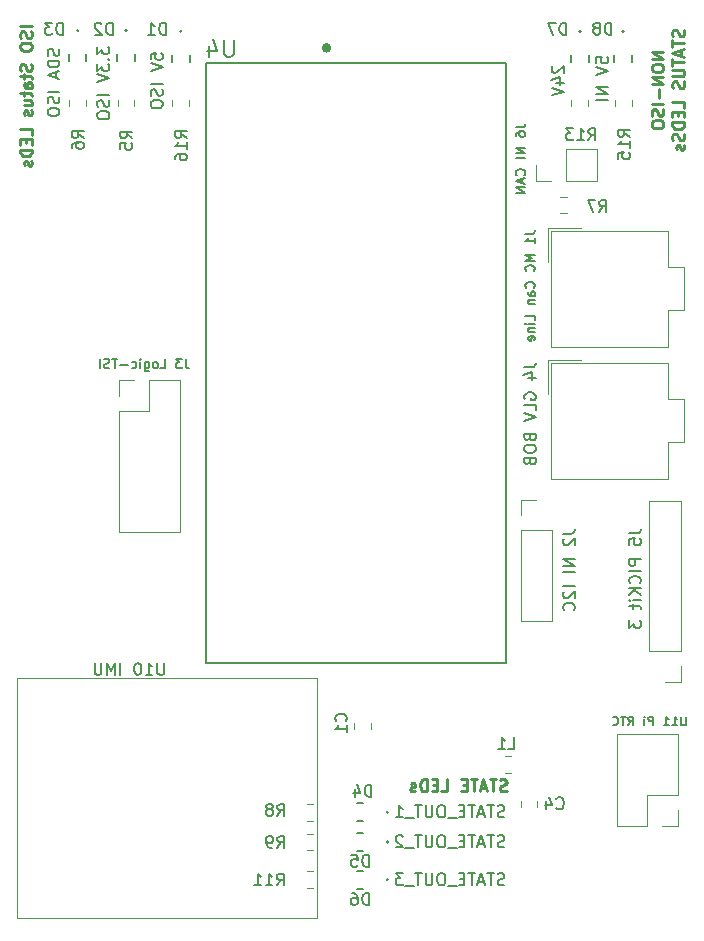
<source format=gbr>
%TF.GenerationSoftware,KiCad,Pcbnew,(5.1.6)-1*%
%TF.CreationDate,2021-04-27T14:55:35-04:00*%
%TF.ProjectId,Logic,4c6f6769-632e-46b6-9963-61645f706362,rev?*%
%TF.SameCoordinates,Original*%
%TF.FileFunction,Legend,Bot*%
%TF.FilePolarity,Positive*%
%FSLAX46Y46*%
G04 Gerber Fmt 4.6, Leading zero omitted, Abs format (unit mm)*
G04 Created by KiCad (PCBNEW (5.1.6)-1) date 2021-04-27 14:55:35*
%MOMM*%
%LPD*%
G01*
G04 APERTURE LIST*
%ADD10C,0.250000*%
%ADD11C,0.150000*%
%ADD12C,0.127000*%
%ADD13C,0.400000*%
%ADD14C,0.120000*%
%ADD15C,0.152400*%
G04 APERTURE END LIST*
D10*
X225637380Y-42021523D02*
X224637380Y-42021523D01*
X225637380Y-42592952D01*
X224637380Y-42592952D01*
X224637380Y-43259619D02*
X224637380Y-43450095D01*
X224685000Y-43545333D01*
X224780238Y-43640571D01*
X224970714Y-43688190D01*
X225304047Y-43688190D01*
X225494523Y-43640571D01*
X225589761Y-43545333D01*
X225637380Y-43450095D01*
X225637380Y-43259619D01*
X225589761Y-43164380D01*
X225494523Y-43069142D01*
X225304047Y-43021523D01*
X224970714Y-43021523D01*
X224780238Y-43069142D01*
X224685000Y-43164380D01*
X224637380Y-43259619D01*
X225637380Y-44116761D02*
X224637380Y-44116761D01*
X225637380Y-44688190D01*
X224637380Y-44688190D01*
X225256428Y-45164380D02*
X225256428Y-45926285D01*
X225637380Y-46402476D02*
X224637380Y-46402476D01*
X225589761Y-46831047D02*
X225637380Y-46973904D01*
X225637380Y-47212000D01*
X225589761Y-47307238D01*
X225542142Y-47354857D01*
X225446904Y-47402476D01*
X225351666Y-47402476D01*
X225256428Y-47354857D01*
X225208809Y-47307238D01*
X225161190Y-47212000D01*
X225113571Y-47021523D01*
X225065952Y-46926285D01*
X225018333Y-46878666D01*
X224923095Y-46831047D01*
X224827857Y-46831047D01*
X224732619Y-46878666D01*
X224685000Y-46926285D01*
X224637380Y-47021523D01*
X224637380Y-47259619D01*
X224685000Y-47402476D01*
X224637380Y-48021523D02*
X224637380Y-48212000D01*
X224685000Y-48307238D01*
X224780238Y-48402476D01*
X224970714Y-48450095D01*
X225304047Y-48450095D01*
X225494523Y-48402476D01*
X225589761Y-48307238D01*
X225637380Y-48212000D01*
X225637380Y-48021523D01*
X225589761Y-47926285D01*
X225494523Y-47831047D01*
X225304047Y-47783428D01*
X224970714Y-47783428D01*
X224780238Y-47831047D01*
X224685000Y-47926285D01*
X224637380Y-48021523D01*
X227339761Y-40116761D02*
X227387380Y-40259619D01*
X227387380Y-40497714D01*
X227339761Y-40592952D01*
X227292142Y-40640571D01*
X227196904Y-40688190D01*
X227101666Y-40688190D01*
X227006428Y-40640571D01*
X226958809Y-40592952D01*
X226911190Y-40497714D01*
X226863571Y-40307238D01*
X226815952Y-40212000D01*
X226768333Y-40164380D01*
X226673095Y-40116761D01*
X226577857Y-40116761D01*
X226482619Y-40164380D01*
X226435000Y-40212000D01*
X226387380Y-40307238D01*
X226387380Y-40545333D01*
X226435000Y-40688190D01*
X226387380Y-40973904D02*
X226387380Y-41545333D01*
X227387380Y-41259619D02*
X226387380Y-41259619D01*
X227101666Y-41831047D02*
X227101666Y-42307238D01*
X227387380Y-41735809D02*
X226387380Y-42069142D01*
X227387380Y-42402476D01*
X226387380Y-42592952D02*
X226387380Y-43164380D01*
X227387380Y-42878666D02*
X226387380Y-42878666D01*
X226387380Y-43497714D02*
X227196904Y-43497714D01*
X227292142Y-43545333D01*
X227339761Y-43592952D01*
X227387380Y-43688190D01*
X227387380Y-43878666D01*
X227339761Y-43973904D01*
X227292142Y-44021523D01*
X227196904Y-44069142D01*
X226387380Y-44069142D01*
X227339761Y-44497714D02*
X227387380Y-44640571D01*
X227387380Y-44878666D01*
X227339761Y-44973904D01*
X227292142Y-45021523D01*
X227196904Y-45069142D01*
X227101666Y-45069142D01*
X227006428Y-45021523D01*
X226958809Y-44973904D01*
X226911190Y-44878666D01*
X226863571Y-44688190D01*
X226815952Y-44592952D01*
X226768333Y-44545333D01*
X226673095Y-44497714D01*
X226577857Y-44497714D01*
X226482619Y-44545333D01*
X226435000Y-44592952D01*
X226387380Y-44688190D01*
X226387380Y-44926285D01*
X226435000Y-45069142D01*
X227387380Y-46735809D02*
X227387380Y-46259619D01*
X226387380Y-46259619D01*
X226863571Y-47069142D02*
X226863571Y-47402476D01*
X227387380Y-47545333D02*
X227387380Y-47069142D01*
X226387380Y-47069142D01*
X226387380Y-47545333D01*
X227387380Y-47973904D02*
X226387380Y-47973904D01*
X226387380Y-48212000D01*
X226435000Y-48354857D01*
X226530238Y-48450095D01*
X226625476Y-48497714D01*
X226815952Y-48545333D01*
X226958809Y-48545333D01*
X227149285Y-48497714D01*
X227244523Y-48450095D01*
X227339761Y-48354857D01*
X227387380Y-48212000D01*
X227387380Y-47973904D01*
X227339761Y-48926285D02*
X227387380Y-49069142D01*
X227387380Y-49307238D01*
X227339761Y-49402476D01*
X227292142Y-49450095D01*
X227196904Y-49497714D01*
X227101666Y-49497714D01*
X227006428Y-49450095D01*
X226958809Y-49402476D01*
X226911190Y-49307238D01*
X226863571Y-49116761D01*
X226815952Y-49021523D01*
X226768333Y-48973904D01*
X226673095Y-48926285D01*
X226577857Y-48926285D01*
X226482619Y-48973904D01*
X226435000Y-49021523D01*
X226387380Y-49116761D01*
X226387380Y-49354857D01*
X226435000Y-49497714D01*
X227339761Y-49878666D02*
X227387380Y-49973904D01*
X227387380Y-50164380D01*
X227339761Y-50259619D01*
X227244523Y-50307238D01*
X227196904Y-50307238D01*
X227101666Y-50259619D01*
X227054047Y-50164380D01*
X227054047Y-50021523D01*
X227006428Y-49926285D01*
X226911190Y-49878666D01*
X226863571Y-49878666D01*
X226768333Y-49926285D01*
X226720714Y-50021523D01*
X226720714Y-50164380D01*
X226768333Y-50259619D01*
X212351428Y-104544761D02*
X212208571Y-104592380D01*
X211970476Y-104592380D01*
X211875238Y-104544761D01*
X211827619Y-104497142D01*
X211780000Y-104401904D01*
X211780000Y-104306666D01*
X211827619Y-104211428D01*
X211875238Y-104163809D01*
X211970476Y-104116190D01*
X212160952Y-104068571D01*
X212256190Y-104020952D01*
X212303809Y-103973333D01*
X212351428Y-103878095D01*
X212351428Y-103782857D01*
X212303809Y-103687619D01*
X212256190Y-103640000D01*
X212160952Y-103592380D01*
X211922857Y-103592380D01*
X211780000Y-103640000D01*
X211494285Y-103592380D02*
X210922857Y-103592380D01*
X211208571Y-104592380D02*
X211208571Y-103592380D01*
X210637142Y-104306666D02*
X210160952Y-104306666D01*
X210732380Y-104592380D02*
X210399047Y-103592380D01*
X210065714Y-104592380D01*
X209875238Y-103592380D02*
X209303809Y-103592380D01*
X209589523Y-104592380D02*
X209589523Y-103592380D01*
X208970476Y-104068571D02*
X208637142Y-104068571D01*
X208494285Y-104592380D02*
X208970476Y-104592380D01*
X208970476Y-103592380D01*
X208494285Y-103592380D01*
X206827619Y-104592380D02*
X207303809Y-104592380D01*
X207303809Y-103592380D01*
X206494285Y-104068571D02*
X206160952Y-104068571D01*
X206018095Y-104592380D02*
X206494285Y-104592380D01*
X206494285Y-103592380D01*
X206018095Y-103592380D01*
X205589523Y-104592380D02*
X205589523Y-103592380D01*
X205351428Y-103592380D01*
X205208571Y-103640000D01*
X205113333Y-103735238D01*
X205065714Y-103830476D01*
X205018095Y-104020952D01*
X205018095Y-104163809D01*
X205065714Y-104354285D01*
X205113333Y-104449523D01*
X205208571Y-104544761D01*
X205351428Y-104592380D01*
X205589523Y-104592380D01*
X204637142Y-104544761D02*
X204541904Y-104592380D01*
X204351428Y-104592380D01*
X204256190Y-104544761D01*
X204208571Y-104449523D01*
X204208571Y-104401904D01*
X204256190Y-104306666D01*
X204351428Y-104259047D01*
X204494285Y-104259047D01*
X204589523Y-104211428D01*
X204637142Y-104116190D01*
X204637142Y-104068571D01*
X204589523Y-103973333D01*
X204494285Y-103925714D01*
X204351428Y-103925714D01*
X204256190Y-103973333D01*
X172156380Y-39839047D02*
X171156380Y-39839047D01*
X172108761Y-40267619D02*
X172156380Y-40410476D01*
X172156380Y-40648571D01*
X172108761Y-40743809D01*
X172061142Y-40791428D01*
X171965904Y-40839047D01*
X171870666Y-40839047D01*
X171775428Y-40791428D01*
X171727809Y-40743809D01*
X171680190Y-40648571D01*
X171632571Y-40458095D01*
X171584952Y-40362857D01*
X171537333Y-40315238D01*
X171442095Y-40267619D01*
X171346857Y-40267619D01*
X171251619Y-40315238D01*
X171204000Y-40362857D01*
X171156380Y-40458095D01*
X171156380Y-40696190D01*
X171204000Y-40839047D01*
X171156380Y-41458095D02*
X171156380Y-41648571D01*
X171204000Y-41743809D01*
X171299238Y-41839047D01*
X171489714Y-41886666D01*
X171823047Y-41886666D01*
X172013523Y-41839047D01*
X172108761Y-41743809D01*
X172156380Y-41648571D01*
X172156380Y-41458095D01*
X172108761Y-41362857D01*
X172013523Y-41267619D01*
X171823047Y-41220000D01*
X171489714Y-41220000D01*
X171299238Y-41267619D01*
X171204000Y-41362857D01*
X171156380Y-41458095D01*
X172108761Y-43029523D02*
X172156380Y-43172380D01*
X172156380Y-43410476D01*
X172108761Y-43505714D01*
X172061142Y-43553333D01*
X171965904Y-43600952D01*
X171870666Y-43600952D01*
X171775428Y-43553333D01*
X171727809Y-43505714D01*
X171680190Y-43410476D01*
X171632571Y-43220000D01*
X171584952Y-43124761D01*
X171537333Y-43077142D01*
X171442095Y-43029523D01*
X171346857Y-43029523D01*
X171251619Y-43077142D01*
X171204000Y-43124761D01*
X171156380Y-43220000D01*
X171156380Y-43458095D01*
X171204000Y-43600952D01*
X171489714Y-43886666D02*
X171489714Y-44267619D01*
X171156380Y-44029523D02*
X172013523Y-44029523D01*
X172108761Y-44077142D01*
X172156380Y-44172380D01*
X172156380Y-44267619D01*
X172156380Y-45029523D02*
X171632571Y-45029523D01*
X171537333Y-44981904D01*
X171489714Y-44886666D01*
X171489714Y-44696190D01*
X171537333Y-44600952D01*
X172108761Y-45029523D02*
X172156380Y-44934285D01*
X172156380Y-44696190D01*
X172108761Y-44600952D01*
X172013523Y-44553333D01*
X171918285Y-44553333D01*
X171823047Y-44600952D01*
X171775428Y-44696190D01*
X171775428Y-44934285D01*
X171727809Y-45029523D01*
X171489714Y-45362857D02*
X171489714Y-45743809D01*
X171156380Y-45505714D02*
X172013523Y-45505714D01*
X172108761Y-45553333D01*
X172156380Y-45648571D01*
X172156380Y-45743809D01*
X171489714Y-46505714D02*
X172156380Y-46505714D01*
X171489714Y-46077142D02*
X172013523Y-46077142D01*
X172108761Y-46124761D01*
X172156380Y-46220000D01*
X172156380Y-46362857D01*
X172108761Y-46458095D01*
X172061142Y-46505714D01*
X172108761Y-46934285D02*
X172156380Y-47029523D01*
X172156380Y-47220000D01*
X172108761Y-47315238D01*
X172013523Y-47362857D01*
X171965904Y-47362857D01*
X171870666Y-47315238D01*
X171823047Y-47220000D01*
X171823047Y-47077142D01*
X171775428Y-46981904D01*
X171680190Y-46934285D01*
X171632571Y-46934285D01*
X171537333Y-46981904D01*
X171489714Y-47077142D01*
X171489714Y-47220000D01*
X171537333Y-47315238D01*
X172156380Y-49029523D02*
X172156380Y-48553333D01*
X171156380Y-48553333D01*
X171632571Y-49362857D02*
X171632571Y-49696190D01*
X172156380Y-49839047D02*
X172156380Y-49362857D01*
X171156380Y-49362857D01*
X171156380Y-49839047D01*
X172156380Y-50267619D02*
X171156380Y-50267619D01*
X171156380Y-50505714D01*
X171204000Y-50648571D01*
X171299238Y-50743809D01*
X171394476Y-50791428D01*
X171584952Y-50839047D01*
X171727809Y-50839047D01*
X171918285Y-50791428D01*
X172013523Y-50743809D01*
X172108761Y-50648571D01*
X172156380Y-50505714D01*
X172156380Y-50267619D01*
X172108761Y-51220000D02*
X172156380Y-51315238D01*
X172156380Y-51505714D01*
X172108761Y-51600952D01*
X172013523Y-51648571D01*
X171965904Y-51648571D01*
X171870666Y-51600952D01*
X171823047Y-51505714D01*
X171823047Y-51362857D01*
X171775428Y-51267619D01*
X171680190Y-51220000D01*
X171632571Y-51220000D01*
X171537333Y-51267619D01*
X171489714Y-51362857D01*
X171489714Y-51505714D01*
X171537333Y-51600952D01*
D11*
X183368580Y-93737180D02*
X183368580Y-94546704D01*
X183320961Y-94641942D01*
X183273342Y-94689561D01*
X183178104Y-94737180D01*
X182987628Y-94737180D01*
X182892390Y-94689561D01*
X182844771Y-94641942D01*
X182797152Y-94546704D01*
X182797152Y-93737180D01*
X181797152Y-94737180D02*
X182368580Y-94737180D01*
X182082866Y-94737180D02*
X182082866Y-93737180D01*
X182178104Y-93880038D01*
X182273342Y-93975276D01*
X182368580Y-94022895D01*
X181178104Y-93737180D02*
X181082866Y-93737180D01*
X180987628Y-93784800D01*
X180940009Y-93832419D01*
X180892390Y-93927657D01*
X180844771Y-94118133D01*
X180844771Y-94356228D01*
X180892390Y-94546704D01*
X180940009Y-94641942D01*
X180987628Y-94689561D01*
X181082866Y-94737180D01*
X181178104Y-94737180D01*
X181273342Y-94689561D01*
X181320961Y-94641942D01*
X181368580Y-94546704D01*
X181416200Y-94356228D01*
X181416200Y-94118133D01*
X181368580Y-93927657D01*
X181320961Y-93832419D01*
X181273342Y-93784800D01*
X181178104Y-93737180D01*
X179654295Y-94737180D02*
X179654295Y-93737180D01*
X179178104Y-94737180D02*
X179178104Y-93737180D01*
X178844771Y-94451466D01*
X178511438Y-93737180D01*
X178511438Y-94737180D01*
X178035247Y-93737180D02*
X178035247Y-94546704D01*
X177987628Y-94641942D01*
X177940009Y-94689561D01*
X177844771Y-94737180D01*
X177654295Y-94737180D01*
X177559057Y-94689561D01*
X177511438Y-94641942D01*
X177463819Y-94546704D01*
X177463819Y-93737180D01*
X227549085Y-98268285D02*
X227549085Y-98875428D01*
X227513371Y-98946857D01*
X227477657Y-98982571D01*
X227406228Y-99018285D01*
X227263371Y-99018285D01*
X227191942Y-98982571D01*
X227156228Y-98946857D01*
X227120514Y-98875428D01*
X227120514Y-98268285D01*
X226370514Y-99018285D02*
X226799085Y-99018285D01*
X226584800Y-99018285D02*
X226584800Y-98268285D01*
X226656228Y-98375428D01*
X226727657Y-98446857D01*
X226799085Y-98482571D01*
X225656228Y-99018285D02*
X226084800Y-99018285D01*
X225870514Y-99018285D02*
X225870514Y-98268285D01*
X225941942Y-98375428D01*
X226013371Y-98446857D01*
X226084800Y-98482571D01*
X224763371Y-99018285D02*
X224763371Y-98268285D01*
X224477657Y-98268285D01*
X224406228Y-98304000D01*
X224370514Y-98339714D01*
X224334800Y-98411142D01*
X224334800Y-98518285D01*
X224370514Y-98589714D01*
X224406228Y-98625428D01*
X224477657Y-98661142D01*
X224763371Y-98661142D01*
X224013371Y-99018285D02*
X224013371Y-98518285D01*
X224013371Y-98268285D02*
X224049085Y-98304000D01*
X224013371Y-98339714D01*
X223977657Y-98304000D01*
X224013371Y-98268285D01*
X224013371Y-98339714D01*
X222656228Y-99018285D02*
X222906228Y-98661142D01*
X223084800Y-99018285D02*
X223084800Y-98268285D01*
X222799085Y-98268285D01*
X222727657Y-98304000D01*
X222691942Y-98339714D01*
X222656228Y-98411142D01*
X222656228Y-98518285D01*
X222691942Y-98589714D01*
X222727657Y-98625428D01*
X222799085Y-98661142D01*
X223084800Y-98661142D01*
X222441942Y-98268285D02*
X222013371Y-98268285D01*
X222227657Y-99018285D02*
X222227657Y-98268285D01*
X221334800Y-98946857D02*
X221370514Y-98982571D01*
X221477657Y-99018285D01*
X221549085Y-99018285D01*
X221656228Y-98982571D01*
X221727657Y-98911142D01*
X221763371Y-98839714D01*
X221799085Y-98696857D01*
X221799085Y-98589714D01*
X221763371Y-98446857D01*
X221727657Y-98375428D01*
X221656228Y-98304000D01*
X221549085Y-98268285D01*
X221477657Y-98268285D01*
X221370514Y-98304000D01*
X221334800Y-98339714D01*
D12*
%TO.C,U4*%
X212344000Y-42926000D02*
X186944000Y-42926000D01*
X186944000Y-42926000D02*
X186944000Y-93726000D01*
X186944000Y-93726000D02*
X212344000Y-93726000D01*
X212344000Y-93726000D02*
X212344000Y-42926000D01*
D13*
X197304000Y-41656000D02*
G75*
G03*
X197304000Y-41656000I-200000J0D01*
G01*
D14*
%TO.C,C4*%
X213539000Y-105925252D02*
X213539000Y-105402748D01*
X214959000Y-105925252D02*
X214959000Y-105402748D01*
%TO.C,C1*%
X200862000Y-99321252D02*
X200862000Y-98798748D01*
X199442000Y-99321252D02*
X199442000Y-98798748D01*
D15*
%TO.C,D2*%
X180213000Y-40170100D02*
G75*
G03*
X180213000Y-40170100I-76200J0D01*
G01*
X179387500Y-42758150D02*
X179387500Y-42179450D01*
X180886100Y-42179450D02*
X180886100Y-42758150D01*
%TO.C,D3*%
X176784000Y-42204850D02*
X176784000Y-42783550D01*
X175285400Y-42783550D02*
X175285400Y-42204850D01*
X176110900Y-40195500D02*
G75*
G03*
X176110900Y-40195500I-76200J0D01*
G01*
%TO.C,D7*%
X219316300Y-42263270D02*
X219316300Y-42841970D01*
X217817700Y-42841970D02*
X217817700Y-42263270D01*
X218643200Y-40253920D02*
G75*
G03*
X218643200Y-40253920I-76200J0D01*
G01*
%TO.C,D8*%
X222300800Y-40253920D02*
G75*
G03*
X222300800Y-40253920I-76200J0D01*
G01*
X221475300Y-42841970D02*
X221475300Y-42263270D01*
X222973900Y-42263270D02*
X222973900Y-42841970D01*
%TO.C,D1*%
X185513980Y-42263270D02*
X185513980Y-42841970D01*
X184015380Y-42841970D02*
X184015380Y-42263270D01*
X184840880Y-40253920D02*
G75*
G03*
X184840880Y-40253920I-76200J0D01*
G01*
D14*
%TO.C,J1*%
X215840000Y-56894000D02*
X218690000Y-56894000D01*
X215840000Y-59744000D02*
X215840000Y-56894000D01*
X227390000Y-63844000D02*
X227390000Y-62044000D01*
X225990000Y-63844000D02*
X227390000Y-63844000D01*
X225990000Y-66944000D02*
X225990000Y-63844000D01*
X216090000Y-66944000D02*
X225990000Y-66944000D01*
X216090000Y-62044000D02*
X216090000Y-66944000D01*
X227390000Y-60244000D02*
X227390000Y-62044000D01*
X225990000Y-60244000D02*
X227390000Y-60244000D01*
X225990000Y-57144000D02*
X225990000Y-60244000D01*
X216090000Y-57144000D02*
X225990000Y-57144000D01*
X216090000Y-62044000D02*
X216090000Y-57144000D01*
%TO.C,J4*%
X216090000Y-73220000D02*
X216090000Y-68320000D01*
X216090000Y-68320000D02*
X225990000Y-68320000D01*
X225990000Y-68320000D02*
X225990000Y-71420000D01*
X225990000Y-71420000D02*
X227390000Y-71420000D01*
X227390000Y-71420000D02*
X227390000Y-73220000D01*
X216090000Y-73220000D02*
X216090000Y-78120000D01*
X216090000Y-78120000D02*
X225990000Y-78120000D01*
X225990000Y-78120000D02*
X225990000Y-75020000D01*
X225990000Y-75020000D02*
X227390000Y-75020000D01*
X227390000Y-75020000D02*
X227390000Y-73220000D01*
X215840000Y-70920000D02*
X215840000Y-68070000D01*
X215840000Y-68070000D02*
X218690000Y-68070000D01*
%TO.C,J5*%
X224425200Y-92760800D02*
X227085200Y-92760800D01*
X224425200Y-92760800D02*
X224425200Y-80000800D01*
X224425200Y-80000800D02*
X227085200Y-80000800D01*
X227085200Y-92760800D02*
X227085200Y-80000800D01*
X227085200Y-95360800D02*
X227085200Y-94030800D01*
X225755200Y-95360800D02*
X227085200Y-95360800D01*
%TO.C,L1*%
X212209748Y-103072000D02*
X212732252Y-103072000D01*
X212209748Y-101652000D02*
X212732252Y-101652000D01*
%TO.C,R5*%
X179426800Y-46616252D02*
X179426800Y-46093748D01*
X180846800Y-46616252D02*
X180846800Y-46093748D01*
%TO.C,R6*%
X176744700Y-46616252D02*
X176744700Y-46093748D01*
X175324700Y-46616252D02*
X175324700Y-46093748D01*
%TO.C,R13*%
X219266840Y-46616252D02*
X219266840Y-46093748D01*
X217846840Y-46616252D02*
X217846840Y-46093748D01*
%TO.C,R15*%
X221514600Y-46616252D02*
X221514600Y-46093748D01*
X222934600Y-46616252D02*
X222934600Y-46093748D01*
%TO.C,R16*%
X184054680Y-46616252D02*
X184054680Y-46093748D01*
X185474680Y-46616252D02*
X185474680Y-46093748D01*
%TO.C,J2*%
X216214000Y-82499200D02*
X213554000Y-82499200D01*
X216214000Y-82499200D02*
X216214000Y-90179200D01*
X216214000Y-90179200D02*
X213554000Y-90179200D01*
X213554000Y-82499200D02*
X213554000Y-90179200D01*
X213554000Y-79899200D02*
X213554000Y-81229200D01*
X214884000Y-79899200D02*
X213554000Y-79899200D01*
%TO.C,R8*%
X195436748Y-107085200D02*
X195959252Y-107085200D01*
X195436748Y-105665200D02*
X195959252Y-105665200D01*
%TO.C,R9*%
X195436748Y-109599800D02*
X195959252Y-109599800D01*
X195436748Y-108179800D02*
X195959252Y-108179800D01*
%TO.C,R11*%
X195436748Y-111380200D02*
X195959252Y-111380200D01*
X195436748Y-112800200D02*
X195959252Y-112800200D01*
D15*
%TO.C,D4*%
X202323700Y-106375200D02*
G75*
G03*
X202323700Y-106375200I-76200J0D01*
G01*
X199659450Y-105625900D02*
X200238150Y-105625900D01*
X200238150Y-107124500D02*
X199659450Y-107124500D01*
%TO.C,D5*%
X202323700Y-108889800D02*
G75*
G03*
X202323700Y-108889800I-76200J0D01*
G01*
X199659450Y-108140500D02*
X200238150Y-108140500D01*
X200238150Y-109639100D02*
X199659450Y-109639100D01*
%TO.C,D6*%
X200238150Y-112839500D02*
X199659450Y-112839500D01*
X199659450Y-111340900D02*
X200238150Y-111340900D01*
X202323700Y-112090200D02*
G75*
G03*
X202323700Y-112090200I-76200J0D01*
G01*
D14*
%TO.C,U10*%
X196342000Y-94996000D02*
X196342000Y-115316000D01*
X196342000Y-115316000D02*
X170942000Y-115316000D01*
X170942000Y-115316000D02*
X170942000Y-94996000D01*
X196342000Y-94996000D02*
X170942000Y-94996000D01*
%TO.C,J3*%
X180848000Y-69790000D02*
X179518000Y-69790000D01*
X179518000Y-69790000D02*
X179518000Y-71120000D01*
X182118000Y-69790000D02*
X182118000Y-72390000D01*
X182118000Y-72390000D02*
X179518000Y-72390000D01*
X179518000Y-72390000D02*
X179518000Y-82610000D01*
X184718000Y-82610000D02*
X179518000Y-82610000D01*
X184718000Y-69790000D02*
X184718000Y-82610000D01*
X184718000Y-69790000D02*
X182118000Y-69790000D01*
%TO.C,J6*%
X217424000Y-50232000D02*
X217424000Y-52892000D01*
X217424000Y-50232000D02*
X220024000Y-50232000D01*
X220024000Y-50232000D02*
X220024000Y-52892000D01*
X217424000Y-52892000D02*
X220024000Y-52892000D01*
X214824000Y-52892000D02*
X216154000Y-52892000D01*
X214824000Y-51562000D02*
X214824000Y-52892000D01*
%TO.C,R7*%
X216917748Y-55675600D02*
X217440252Y-55675600D01*
X216917748Y-54255600D02*
X217440252Y-54255600D01*
%TO.C,U11*%
X225552000Y-107502000D02*
X226882000Y-107502000D01*
X226882000Y-107502000D02*
X226882000Y-106172000D01*
X224282000Y-107502000D02*
X224282000Y-104902000D01*
X224282000Y-104902000D02*
X226882000Y-104902000D01*
X226882000Y-104902000D02*
X226882000Y-99762000D01*
X221682000Y-99762000D02*
X226882000Y-99762000D01*
X221682000Y-107502000D02*
X221682000Y-99762000D01*
X221682000Y-107502000D02*
X224282000Y-107502000D01*
%TO.C,U4*%
D11*
X189237725Y-41010684D02*
X189237725Y-42152368D01*
X189170567Y-42286683D01*
X189103410Y-42353841D01*
X188969094Y-42420999D01*
X188700462Y-42420999D01*
X188566147Y-42353841D01*
X188498989Y-42286683D01*
X188431831Y-42152368D01*
X188431831Y-41010684D01*
X187155832Y-41480789D02*
X187155832Y-42420999D01*
X187491621Y-40943526D02*
X187827410Y-41950894D01*
X186954358Y-41950894D01*
%TO.C,C4*%
X216574666Y-106021142D02*
X216622285Y-106068761D01*
X216765142Y-106116380D01*
X216860380Y-106116380D01*
X217003238Y-106068761D01*
X217098476Y-105973523D01*
X217146095Y-105878285D01*
X217193714Y-105687809D01*
X217193714Y-105544952D01*
X217146095Y-105354476D01*
X217098476Y-105259238D01*
X217003238Y-105164000D01*
X216860380Y-105116380D01*
X216765142Y-105116380D01*
X216622285Y-105164000D01*
X216574666Y-105211619D01*
X215717523Y-105449714D02*
X215717523Y-106116380D01*
X215955619Y-105068761D02*
X216193714Y-105783047D01*
X215574666Y-105783047D01*
%TO.C,C1*%
X198731142Y-98639333D02*
X198778761Y-98591714D01*
X198826380Y-98448857D01*
X198826380Y-98353619D01*
X198778761Y-98210761D01*
X198683523Y-98115523D01*
X198588285Y-98067904D01*
X198397809Y-98020285D01*
X198254952Y-98020285D01*
X198064476Y-98067904D01*
X197969238Y-98115523D01*
X197874000Y-98210761D01*
X197826380Y-98353619D01*
X197826380Y-98448857D01*
X197874000Y-98591714D01*
X197921619Y-98639333D01*
X198826380Y-99591714D02*
X198826380Y-99020285D01*
X198826380Y-99306000D02*
X197826380Y-99306000D01*
X197969238Y-99210761D01*
X198064476Y-99115523D01*
X198112095Y-99020285D01*
%TO.C,D2*%
X178995295Y-40533580D02*
X178995295Y-39533580D01*
X178757200Y-39533580D01*
X178614342Y-39581200D01*
X178519104Y-39676438D01*
X178471485Y-39771676D01*
X178423866Y-39962152D01*
X178423866Y-40105009D01*
X178471485Y-40295485D01*
X178519104Y-40390723D01*
X178614342Y-40485961D01*
X178757200Y-40533580D01*
X178995295Y-40533580D01*
X178042914Y-39628819D02*
X177995295Y-39581200D01*
X177900057Y-39533580D01*
X177661961Y-39533580D01*
X177566723Y-39581200D01*
X177519104Y-39628819D01*
X177471485Y-39724057D01*
X177471485Y-39819295D01*
X177519104Y-39962152D01*
X178090533Y-40533580D01*
X177471485Y-40533580D01*
X177709580Y-41557961D02*
X177709580Y-42177009D01*
X178090533Y-41843676D01*
X178090533Y-41986533D01*
X178138152Y-42081771D01*
X178185771Y-42129390D01*
X178281009Y-42177009D01*
X178519104Y-42177009D01*
X178614342Y-42129390D01*
X178661961Y-42081771D01*
X178709580Y-41986533D01*
X178709580Y-41700819D01*
X178661961Y-41605580D01*
X178614342Y-41557961D01*
X178614342Y-42605580D02*
X178661961Y-42653200D01*
X178709580Y-42605580D01*
X178661961Y-42557961D01*
X178614342Y-42605580D01*
X178709580Y-42605580D01*
X177709580Y-42986533D02*
X177709580Y-43605580D01*
X178090533Y-43272247D01*
X178090533Y-43415104D01*
X178138152Y-43510342D01*
X178185771Y-43557961D01*
X178281009Y-43605580D01*
X178519104Y-43605580D01*
X178614342Y-43557961D01*
X178661961Y-43510342D01*
X178709580Y-43415104D01*
X178709580Y-43129390D01*
X178661961Y-43034152D01*
X178614342Y-42986533D01*
X177709580Y-43891295D02*
X178709580Y-44224628D01*
X177709580Y-44557961D01*
X178709580Y-45653200D02*
X177709580Y-45653200D01*
X178661961Y-46081771D02*
X178709580Y-46224628D01*
X178709580Y-46462723D01*
X178661961Y-46557961D01*
X178614342Y-46605580D01*
X178519104Y-46653200D01*
X178423866Y-46653200D01*
X178328628Y-46605580D01*
X178281009Y-46557961D01*
X178233390Y-46462723D01*
X178185771Y-46272247D01*
X178138152Y-46177009D01*
X178090533Y-46129390D01*
X177995295Y-46081771D01*
X177900057Y-46081771D01*
X177804819Y-46129390D01*
X177757200Y-46177009D01*
X177709580Y-46272247D01*
X177709580Y-46510342D01*
X177757200Y-46653200D01*
X177709580Y-47272247D02*
X177709580Y-47462723D01*
X177757200Y-47557961D01*
X177852438Y-47653200D01*
X178042914Y-47700819D01*
X178376247Y-47700819D01*
X178566723Y-47653200D01*
X178661961Y-47557961D01*
X178709580Y-47462723D01*
X178709580Y-47272247D01*
X178661961Y-47177009D01*
X178566723Y-47081771D01*
X178376247Y-47034152D01*
X178042914Y-47034152D01*
X177852438Y-47081771D01*
X177757200Y-47177009D01*
X177709580Y-47272247D01*
%TO.C,D3*%
X174778895Y-40533580D02*
X174778895Y-39533580D01*
X174540800Y-39533580D01*
X174397942Y-39581200D01*
X174302704Y-39676438D01*
X174255085Y-39771676D01*
X174207466Y-39962152D01*
X174207466Y-40105009D01*
X174255085Y-40295485D01*
X174302704Y-40390723D01*
X174397942Y-40485961D01*
X174540800Y-40533580D01*
X174778895Y-40533580D01*
X173874133Y-39533580D02*
X173255085Y-39533580D01*
X173588419Y-39914533D01*
X173445561Y-39914533D01*
X173350323Y-39962152D01*
X173302704Y-40009771D01*
X173255085Y-40105009D01*
X173255085Y-40343104D01*
X173302704Y-40438342D01*
X173350323Y-40485961D01*
X173445561Y-40533580D01*
X173731276Y-40533580D01*
X173826514Y-40485961D01*
X173874133Y-40438342D01*
X174445561Y-41743666D02*
X174493180Y-41886523D01*
X174493180Y-42124619D01*
X174445561Y-42219857D01*
X174397942Y-42267476D01*
X174302704Y-42315095D01*
X174207466Y-42315095D01*
X174112228Y-42267476D01*
X174064609Y-42219857D01*
X174016990Y-42124619D01*
X173969371Y-41934142D01*
X173921752Y-41838904D01*
X173874133Y-41791285D01*
X173778895Y-41743666D01*
X173683657Y-41743666D01*
X173588419Y-41791285D01*
X173540800Y-41838904D01*
X173493180Y-41934142D01*
X173493180Y-42172238D01*
X173540800Y-42315095D01*
X174493180Y-42743666D02*
X173493180Y-42743666D01*
X173493180Y-42981761D01*
X173540800Y-43124619D01*
X173636038Y-43219857D01*
X173731276Y-43267476D01*
X173921752Y-43315095D01*
X174064609Y-43315095D01*
X174255085Y-43267476D01*
X174350323Y-43219857D01*
X174445561Y-43124619D01*
X174493180Y-42981761D01*
X174493180Y-42743666D01*
X174207466Y-43696047D02*
X174207466Y-44172238D01*
X174493180Y-43600809D02*
X173493180Y-43934142D01*
X174493180Y-44267476D01*
X174493180Y-45362714D02*
X173493180Y-45362714D01*
X174445561Y-45791285D02*
X174493180Y-45934142D01*
X174493180Y-46172238D01*
X174445561Y-46267476D01*
X174397942Y-46315095D01*
X174302704Y-46362714D01*
X174207466Y-46362714D01*
X174112228Y-46315095D01*
X174064609Y-46267476D01*
X174016990Y-46172238D01*
X173969371Y-45981761D01*
X173921752Y-45886523D01*
X173874133Y-45838904D01*
X173778895Y-45791285D01*
X173683657Y-45791285D01*
X173588419Y-45838904D01*
X173540800Y-45886523D01*
X173493180Y-45981761D01*
X173493180Y-46219857D01*
X173540800Y-46362714D01*
X173493180Y-46981761D02*
X173493180Y-47172238D01*
X173540800Y-47267476D01*
X173636038Y-47362714D01*
X173826514Y-47410333D01*
X174159847Y-47410333D01*
X174350323Y-47362714D01*
X174445561Y-47267476D01*
X174493180Y-47172238D01*
X174493180Y-46981761D01*
X174445561Y-46886523D01*
X174350323Y-46791285D01*
X174159847Y-46743666D01*
X173826514Y-46743666D01*
X173636038Y-46791285D01*
X173540800Y-46886523D01*
X173493180Y-46981761D01*
%TO.C,D7*%
X217400095Y-40533580D02*
X217400095Y-39533580D01*
X217162000Y-39533580D01*
X217019142Y-39581200D01*
X216923904Y-39676438D01*
X216876285Y-39771676D01*
X216828666Y-39962152D01*
X216828666Y-40105009D01*
X216876285Y-40295485D01*
X216923904Y-40390723D01*
X217019142Y-40485961D01*
X217162000Y-40533580D01*
X217400095Y-40533580D01*
X216495333Y-39533580D02*
X215828666Y-39533580D01*
X216257238Y-40533580D01*
X216285819Y-43208723D02*
X216238200Y-43256342D01*
X216190580Y-43351580D01*
X216190580Y-43589676D01*
X216238200Y-43684914D01*
X216285819Y-43732533D01*
X216381057Y-43780152D01*
X216476295Y-43780152D01*
X216619152Y-43732533D01*
X217190580Y-43161104D01*
X217190580Y-43780152D01*
X216523914Y-44637295D02*
X217190580Y-44637295D01*
X216142961Y-44399200D02*
X216857247Y-44161104D01*
X216857247Y-44780152D01*
X216190580Y-45018247D02*
X217190580Y-45351580D01*
X216190580Y-45684914D01*
%TO.C,D8*%
X221235495Y-40533580D02*
X221235495Y-39533580D01*
X220997400Y-39533580D01*
X220854542Y-39581200D01*
X220759304Y-39676438D01*
X220711685Y-39771676D01*
X220664066Y-39962152D01*
X220664066Y-40105009D01*
X220711685Y-40295485D01*
X220759304Y-40390723D01*
X220854542Y-40485961D01*
X220997400Y-40533580D01*
X221235495Y-40533580D01*
X220092638Y-39962152D02*
X220187876Y-39914533D01*
X220235495Y-39866914D01*
X220283114Y-39771676D01*
X220283114Y-39724057D01*
X220235495Y-39628819D01*
X220187876Y-39581200D01*
X220092638Y-39533580D01*
X219902161Y-39533580D01*
X219806923Y-39581200D01*
X219759304Y-39628819D01*
X219711685Y-39724057D01*
X219711685Y-39771676D01*
X219759304Y-39866914D01*
X219806923Y-39914533D01*
X219902161Y-39962152D01*
X220092638Y-39962152D01*
X220187876Y-40009771D01*
X220235495Y-40057390D01*
X220283114Y-40152628D01*
X220283114Y-40343104D01*
X220235495Y-40438342D01*
X220187876Y-40485961D01*
X220092638Y-40533580D01*
X219902161Y-40533580D01*
X219806923Y-40485961D01*
X219759304Y-40438342D01*
X219711685Y-40343104D01*
X219711685Y-40152628D01*
X219759304Y-40057390D01*
X219806923Y-40009771D01*
X219902161Y-39962152D01*
X219949780Y-42913466D02*
X219949780Y-42437276D01*
X220425971Y-42389657D01*
X220378352Y-42437276D01*
X220330733Y-42532514D01*
X220330733Y-42770609D01*
X220378352Y-42865847D01*
X220425971Y-42913466D01*
X220521209Y-42961085D01*
X220759304Y-42961085D01*
X220854542Y-42913466D01*
X220902161Y-42865847D01*
X220949780Y-42770609D01*
X220949780Y-42532514D01*
X220902161Y-42437276D01*
X220854542Y-42389657D01*
X219949780Y-43246800D02*
X220949780Y-43580133D01*
X219949780Y-43913466D01*
X220949780Y-45008704D02*
X219949780Y-45008704D01*
X220949780Y-45580133D01*
X219949780Y-45580133D01*
X220949780Y-46056323D02*
X219949780Y-46056323D01*
%TO.C,D1*%
X183516495Y-40533580D02*
X183516495Y-39533580D01*
X183278400Y-39533580D01*
X183135542Y-39581200D01*
X183040304Y-39676438D01*
X182992685Y-39771676D01*
X182945066Y-39962152D01*
X182945066Y-40105009D01*
X182992685Y-40295485D01*
X183040304Y-40390723D01*
X183135542Y-40485961D01*
X183278400Y-40533580D01*
X183516495Y-40533580D01*
X181992685Y-40533580D02*
X182564114Y-40533580D01*
X182278400Y-40533580D02*
X182278400Y-39533580D01*
X182373638Y-39676438D01*
X182468876Y-39771676D01*
X182564114Y-39819295D01*
X182230780Y-42615076D02*
X182230780Y-42138885D01*
X182706971Y-42091266D01*
X182659352Y-42138885D01*
X182611733Y-42234123D01*
X182611733Y-42472219D01*
X182659352Y-42567457D01*
X182706971Y-42615076D01*
X182802209Y-42662695D01*
X183040304Y-42662695D01*
X183135542Y-42615076D01*
X183183161Y-42567457D01*
X183230780Y-42472219D01*
X183230780Y-42234123D01*
X183183161Y-42138885D01*
X183135542Y-42091266D01*
X182230780Y-42948409D02*
X183230780Y-43281742D01*
X182230780Y-43615076D01*
X183230780Y-44710314D02*
X182230780Y-44710314D01*
X183183161Y-45138885D02*
X183230780Y-45281742D01*
X183230780Y-45519838D01*
X183183161Y-45615076D01*
X183135542Y-45662695D01*
X183040304Y-45710314D01*
X182945066Y-45710314D01*
X182849828Y-45662695D01*
X182802209Y-45615076D01*
X182754590Y-45519838D01*
X182706971Y-45329361D01*
X182659352Y-45234123D01*
X182611733Y-45186504D01*
X182516495Y-45138885D01*
X182421257Y-45138885D01*
X182326019Y-45186504D01*
X182278400Y-45234123D01*
X182230780Y-45329361D01*
X182230780Y-45567457D01*
X182278400Y-45710314D01*
X182230780Y-46329361D02*
X182230780Y-46519838D01*
X182278400Y-46615076D01*
X182373638Y-46710314D01*
X182564114Y-46757933D01*
X182897447Y-46757933D01*
X183087923Y-46710314D01*
X183183161Y-46615076D01*
X183230780Y-46519838D01*
X183230780Y-46329361D01*
X183183161Y-46234123D01*
X183087923Y-46138885D01*
X182897447Y-46091266D01*
X182564114Y-46091266D01*
X182373638Y-46138885D01*
X182278400Y-46234123D01*
X182230780Y-46329361D01*
%TO.C,J1*%
X213937904Y-57417247D02*
X214509333Y-57417247D01*
X214623619Y-57379152D01*
X214699809Y-57302961D01*
X214737904Y-57188676D01*
X214737904Y-57112485D01*
X214737904Y-58217247D02*
X214737904Y-57760104D01*
X214737904Y-57988676D02*
X213937904Y-57988676D01*
X214052190Y-57912485D01*
X214128380Y-57836295D01*
X214166476Y-57760104D01*
X214737904Y-59169628D02*
X213937904Y-59169628D01*
X214509333Y-59436295D01*
X213937904Y-59702961D01*
X214737904Y-59702961D01*
X214661714Y-60541057D02*
X214699809Y-60502961D01*
X214737904Y-60388676D01*
X214737904Y-60312485D01*
X214699809Y-60198200D01*
X214623619Y-60122009D01*
X214547428Y-60083914D01*
X214395047Y-60045819D01*
X214280761Y-60045819D01*
X214128380Y-60083914D01*
X214052190Y-60122009D01*
X213976000Y-60198200D01*
X213937904Y-60312485D01*
X213937904Y-60388676D01*
X213976000Y-60502961D01*
X214014095Y-60541057D01*
X214661714Y-61950580D02*
X214699809Y-61912485D01*
X214737904Y-61798200D01*
X214737904Y-61722009D01*
X214699809Y-61607723D01*
X214623619Y-61531533D01*
X214547428Y-61493438D01*
X214395047Y-61455342D01*
X214280761Y-61455342D01*
X214128380Y-61493438D01*
X214052190Y-61531533D01*
X213976000Y-61607723D01*
X213937904Y-61722009D01*
X213937904Y-61798200D01*
X213976000Y-61912485D01*
X214014095Y-61950580D01*
X214737904Y-62636295D02*
X214318857Y-62636295D01*
X214242666Y-62598200D01*
X214204571Y-62522009D01*
X214204571Y-62369628D01*
X214242666Y-62293438D01*
X214699809Y-62636295D02*
X214737904Y-62560104D01*
X214737904Y-62369628D01*
X214699809Y-62293438D01*
X214623619Y-62255342D01*
X214547428Y-62255342D01*
X214471238Y-62293438D01*
X214433142Y-62369628D01*
X214433142Y-62560104D01*
X214395047Y-62636295D01*
X214204571Y-63017247D02*
X214737904Y-63017247D01*
X214280761Y-63017247D02*
X214242666Y-63055342D01*
X214204571Y-63131533D01*
X214204571Y-63245819D01*
X214242666Y-63322009D01*
X214318857Y-63360104D01*
X214737904Y-63360104D01*
X214737904Y-64731533D02*
X214737904Y-64350580D01*
X213937904Y-64350580D01*
X214737904Y-64998200D02*
X214204571Y-64998200D01*
X213937904Y-64998200D02*
X213976000Y-64960104D01*
X214014095Y-64998200D01*
X213976000Y-65036295D01*
X213937904Y-64998200D01*
X214014095Y-64998200D01*
X214204571Y-65379152D02*
X214737904Y-65379152D01*
X214280761Y-65379152D02*
X214242666Y-65417247D01*
X214204571Y-65493438D01*
X214204571Y-65607723D01*
X214242666Y-65683914D01*
X214318857Y-65722009D01*
X214737904Y-65722009D01*
X214699809Y-66407723D02*
X214737904Y-66331533D01*
X214737904Y-66179152D01*
X214699809Y-66102961D01*
X214623619Y-66064866D01*
X214318857Y-66064866D01*
X214242666Y-66102961D01*
X214204571Y-66179152D01*
X214204571Y-66331533D01*
X214242666Y-66407723D01*
X214318857Y-66445819D01*
X214395047Y-66445819D01*
X214471238Y-66064866D01*
%TO.C,J4*%
X213828380Y-68691619D02*
X214542666Y-68691619D01*
X214685523Y-68644000D01*
X214780761Y-68548761D01*
X214828380Y-68405904D01*
X214828380Y-68310666D01*
X214161714Y-69596380D02*
X214828380Y-69596380D01*
X213780761Y-69358285D02*
X214495047Y-69120190D01*
X214495047Y-69739238D01*
X213876000Y-71405904D02*
X213828380Y-71310666D01*
X213828380Y-71167809D01*
X213876000Y-71024952D01*
X213971238Y-70929714D01*
X214066476Y-70882095D01*
X214256952Y-70834476D01*
X214399809Y-70834476D01*
X214590285Y-70882095D01*
X214685523Y-70929714D01*
X214780761Y-71024952D01*
X214828380Y-71167809D01*
X214828380Y-71263047D01*
X214780761Y-71405904D01*
X214733142Y-71453523D01*
X214399809Y-71453523D01*
X214399809Y-71263047D01*
X214828380Y-72358285D02*
X214828380Y-71882095D01*
X213828380Y-71882095D01*
X213828380Y-72548761D02*
X214828380Y-72882095D01*
X213828380Y-73215428D01*
X214304571Y-74644000D02*
X214352190Y-74786857D01*
X214399809Y-74834476D01*
X214495047Y-74882095D01*
X214637904Y-74882095D01*
X214733142Y-74834476D01*
X214780761Y-74786857D01*
X214828380Y-74691619D01*
X214828380Y-74310666D01*
X213828380Y-74310666D01*
X213828380Y-74644000D01*
X213876000Y-74739238D01*
X213923619Y-74786857D01*
X214018857Y-74834476D01*
X214114095Y-74834476D01*
X214209333Y-74786857D01*
X214256952Y-74739238D01*
X214304571Y-74644000D01*
X214304571Y-74310666D01*
X213828380Y-75501142D02*
X213828380Y-75691619D01*
X213876000Y-75786857D01*
X213971238Y-75882095D01*
X214161714Y-75929714D01*
X214495047Y-75929714D01*
X214685523Y-75882095D01*
X214780761Y-75786857D01*
X214828380Y-75691619D01*
X214828380Y-75501142D01*
X214780761Y-75405904D01*
X214685523Y-75310666D01*
X214495047Y-75263047D01*
X214161714Y-75263047D01*
X213971238Y-75310666D01*
X213876000Y-75405904D01*
X213828380Y-75501142D01*
X214304571Y-76691619D02*
X214352190Y-76834476D01*
X214399809Y-76882095D01*
X214495047Y-76929714D01*
X214637904Y-76929714D01*
X214733142Y-76882095D01*
X214780761Y-76834476D01*
X214828380Y-76739238D01*
X214828380Y-76358285D01*
X213828380Y-76358285D01*
X213828380Y-76691619D01*
X213876000Y-76786857D01*
X213923619Y-76834476D01*
X214018857Y-76882095D01*
X214114095Y-76882095D01*
X214209333Y-76834476D01*
X214256952Y-76786857D01*
X214304571Y-76691619D01*
X214304571Y-76358285D01*
%TO.C,J5*%
X222718380Y-82755266D02*
X223432666Y-82755266D01*
X223575523Y-82707647D01*
X223670761Y-82612409D01*
X223718380Y-82469552D01*
X223718380Y-82374314D01*
X222718380Y-83707647D02*
X222718380Y-83231457D01*
X223194571Y-83183838D01*
X223146952Y-83231457D01*
X223099333Y-83326695D01*
X223099333Y-83564790D01*
X223146952Y-83660028D01*
X223194571Y-83707647D01*
X223289809Y-83755266D01*
X223527904Y-83755266D01*
X223623142Y-83707647D01*
X223670761Y-83660028D01*
X223718380Y-83564790D01*
X223718380Y-83326695D01*
X223670761Y-83231457D01*
X223623142Y-83183838D01*
X223718380Y-84945742D02*
X222718380Y-84945742D01*
X222718380Y-85326695D01*
X222766000Y-85421933D01*
X222813619Y-85469552D01*
X222908857Y-85517171D01*
X223051714Y-85517171D01*
X223146952Y-85469552D01*
X223194571Y-85421933D01*
X223242190Y-85326695D01*
X223242190Y-84945742D01*
X223718380Y-85945742D02*
X222718380Y-85945742D01*
X223623142Y-86993361D02*
X223670761Y-86945742D01*
X223718380Y-86802885D01*
X223718380Y-86707647D01*
X223670761Y-86564790D01*
X223575523Y-86469552D01*
X223480285Y-86421933D01*
X223289809Y-86374314D01*
X223146952Y-86374314D01*
X222956476Y-86421933D01*
X222861238Y-86469552D01*
X222766000Y-86564790D01*
X222718380Y-86707647D01*
X222718380Y-86802885D01*
X222766000Y-86945742D01*
X222813619Y-86993361D01*
X223718380Y-87421933D02*
X222718380Y-87421933D01*
X223718380Y-87993361D02*
X223146952Y-87564790D01*
X222718380Y-87993361D02*
X223289809Y-87421933D01*
X223718380Y-88421933D02*
X223051714Y-88421933D01*
X222718380Y-88421933D02*
X222766000Y-88374314D01*
X222813619Y-88421933D01*
X222766000Y-88469552D01*
X222718380Y-88421933D01*
X222813619Y-88421933D01*
X223051714Y-88755266D02*
X223051714Y-89136219D01*
X222718380Y-88898123D02*
X223575523Y-88898123D01*
X223670761Y-88945742D01*
X223718380Y-89040980D01*
X223718380Y-89136219D01*
X222718380Y-90136219D02*
X222718380Y-90755266D01*
X223099333Y-90421933D01*
X223099333Y-90564790D01*
X223146952Y-90660028D01*
X223194571Y-90707647D01*
X223289809Y-90755266D01*
X223527904Y-90755266D01*
X223623142Y-90707647D01*
X223670761Y-90660028D01*
X223718380Y-90564790D01*
X223718380Y-90279076D01*
X223670761Y-90183838D01*
X223623142Y-90136219D01*
%TO.C,L1*%
X212510666Y-101036380D02*
X212986857Y-101036380D01*
X212986857Y-100036380D01*
X211653523Y-101036380D02*
X212224952Y-101036380D01*
X211939238Y-101036380D02*
X211939238Y-100036380D01*
X212034476Y-100179238D01*
X212129714Y-100274476D01*
X212224952Y-100322095D01*
%TO.C,R5*%
X180652680Y-49312533D02*
X180176490Y-48979200D01*
X180652680Y-48741104D02*
X179652680Y-48741104D01*
X179652680Y-49122057D01*
X179700300Y-49217295D01*
X179747919Y-49264914D01*
X179843157Y-49312533D01*
X179986014Y-49312533D01*
X180081252Y-49264914D01*
X180128871Y-49217295D01*
X180176490Y-49122057D01*
X180176490Y-48741104D01*
X179652680Y-50217295D02*
X179652680Y-49741104D01*
X180128871Y-49693485D01*
X180081252Y-49741104D01*
X180033633Y-49836342D01*
X180033633Y-50074438D01*
X180081252Y-50169676D01*
X180128871Y-50217295D01*
X180224109Y-50264914D01*
X180462204Y-50264914D01*
X180557442Y-50217295D01*
X180605061Y-50169676D01*
X180652680Y-50074438D01*
X180652680Y-49836342D01*
X180605061Y-49741104D01*
X180557442Y-49693485D01*
%TO.C,R6*%
X176550580Y-49261733D02*
X176074390Y-48928400D01*
X176550580Y-48690304D02*
X175550580Y-48690304D01*
X175550580Y-49071257D01*
X175598200Y-49166495D01*
X175645819Y-49214114D01*
X175741057Y-49261733D01*
X175883914Y-49261733D01*
X175979152Y-49214114D01*
X176026771Y-49166495D01*
X176074390Y-49071257D01*
X176074390Y-48690304D01*
X175550580Y-50118876D02*
X175550580Y-49928400D01*
X175598200Y-49833161D01*
X175645819Y-49785542D01*
X175788676Y-49690304D01*
X175979152Y-49642685D01*
X176360104Y-49642685D01*
X176455342Y-49690304D01*
X176502961Y-49737923D01*
X176550580Y-49833161D01*
X176550580Y-50023638D01*
X176502961Y-50118876D01*
X176455342Y-50166495D01*
X176360104Y-50214114D01*
X176122009Y-50214114D01*
X176026771Y-50166495D01*
X175979152Y-50118876D01*
X175931533Y-50023638D01*
X175931533Y-49833161D01*
X175979152Y-49737923D01*
X176026771Y-49690304D01*
X176122009Y-49642685D01*
%TO.C,R13*%
X219286057Y-49474380D02*
X219619390Y-48998190D01*
X219857485Y-49474380D02*
X219857485Y-48474380D01*
X219476533Y-48474380D01*
X219381295Y-48522000D01*
X219333676Y-48569619D01*
X219286057Y-48664857D01*
X219286057Y-48807714D01*
X219333676Y-48902952D01*
X219381295Y-48950571D01*
X219476533Y-48998190D01*
X219857485Y-48998190D01*
X218333676Y-49474380D02*
X218905104Y-49474380D01*
X218619390Y-49474380D02*
X218619390Y-48474380D01*
X218714628Y-48617238D01*
X218809866Y-48712476D01*
X218905104Y-48760095D01*
X218000342Y-48474380D02*
X217381295Y-48474380D01*
X217714628Y-48855333D01*
X217571771Y-48855333D01*
X217476533Y-48902952D01*
X217428914Y-48950571D01*
X217381295Y-49045809D01*
X217381295Y-49283904D01*
X217428914Y-49379142D01*
X217476533Y-49426761D01*
X217571771Y-49474380D01*
X217857485Y-49474380D01*
X217952723Y-49426761D01*
X218000342Y-49379142D01*
%TO.C,R15*%
X222778580Y-49166542D02*
X222302390Y-48833209D01*
X222778580Y-48595114D02*
X221778580Y-48595114D01*
X221778580Y-48976066D01*
X221826200Y-49071304D01*
X221873819Y-49118923D01*
X221969057Y-49166542D01*
X222111914Y-49166542D01*
X222207152Y-49118923D01*
X222254771Y-49071304D01*
X222302390Y-48976066D01*
X222302390Y-48595114D01*
X222778580Y-50118923D02*
X222778580Y-49547495D01*
X222778580Y-49833209D02*
X221778580Y-49833209D01*
X221921438Y-49737971D01*
X222016676Y-49642733D01*
X222064295Y-49547495D01*
X221778580Y-51023685D02*
X221778580Y-50547495D01*
X222254771Y-50499876D01*
X222207152Y-50547495D01*
X222159533Y-50642733D01*
X222159533Y-50880828D01*
X222207152Y-50976066D01*
X222254771Y-51023685D01*
X222350009Y-51071304D01*
X222588104Y-51071304D01*
X222683342Y-51023685D01*
X222730961Y-50976066D01*
X222778580Y-50880828D01*
X222778580Y-50642733D01*
X222730961Y-50547495D01*
X222683342Y-50499876D01*
%TO.C,R16*%
X185293260Y-49268142D02*
X184817070Y-48934809D01*
X185293260Y-48696714D02*
X184293260Y-48696714D01*
X184293260Y-49077666D01*
X184340880Y-49172904D01*
X184388499Y-49220523D01*
X184483737Y-49268142D01*
X184626594Y-49268142D01*
X184721832Y-49220523D01*
X184769451Y-49172904D01*
X184817070Y-49077666D01*
X184817070Y-48696714D01*
X185293260Y-50220523D02*
X185293260Y-49649095D01*
X185293260Y-49934809D02*
X184293260Y-49934809D01*
X184436118Y-49839571D01*
X184531356Y-49744333D01*
X184578975Y-49649095D01*
X184293260Y-51077666D02*
X184293260Y-50887190D01*
X184340880Y-50791952D01*
X184388499Y-50744333D01*
X184531356Y-50649095D01*
X184721832Y-50601476D01*
X185102784Y-50601476D01*
X185198022Y-50649095D01*
X185245641Y-50696714D01*
X185293260Y-50791952D01*
X185293260Y-50982428D01*
X185245641Y-51077666D01*
X185198022Y-51125285D01*
X185102784Y-51172904D01*
X184864689Y-51172904D01*
X184769451Y-51125285D01*
X184721832Y-51077666D01*
X184674213Y-50982428D01*
X184674213Y-50791952D01*
X184721832Y-50696714D01*
X184769451Y-50649095D01*
X184864689Y-50601476D01*
%TO.C,J2*%
X217130380Y-82780571D02*
X217844666Y-82780571D01*
X217987523Y-82732952D01*
X218082761Y-82637714D01*
X218130380Y-82494857D01*
X218130380Y-82399619D01*
X217225619Y-83209142D02*
X217178000Y-83256761D01*
X217130380Y-83352000D01*
X217130380Y-83590095D01*
X217178000Y-83685333D01*
X217225619Y-83732952D01*
X217320857Y-83780571D01*
X217416095Y-83780571D01*
X217558952Y-83732952D01*
X218130380Y-83161523D01*
X218130380Y-83780571D01*
X218130380Y-84971047D02*
X217130380Y-84971047D01*
X218130380Y-85542476D01*
X217130380Y-85542476D01*
X218130380Y-86018666D02*
X217130380Y-86018666D01*
X218130380Y-87256761D02*
X217130380Y-87256761D01*
X217225619Y-87685333D02*
X217178000Y-87732952D01*
X217130380Y-87828190D01*
X217130380Y-88066285D01*
X217178000Y-88161523D01*
X217225619Y-88209142D01*
X217320857Y-88256761D01*
X217416095Y-88256761D01*
X217558952Y-88209142D01*
X218130380Y-87637714D01*
X218130380Y-88256761D01*
X218035142Y-89256761D02*
X218082761Y-89209142D01*
X218130380Y-89066285D01*
X218130380Y-88971047D01*
X218082761Y-88828190D01*
X217987523Y-88732952D01*
X217892285Y-88685333D01*
X217701809Y-88637714D01*
X217558952Y-88637714D01*
X217368476Y-88685333D01*
X217273238Y-88732952D01*
X217178000Y-88828190D01*
X217130380Y-88971047D01*
X217130380Y-89066285D01*
X217178000Y-89209142D01*
X217225619Y-89256761D01*
%TO.C,R8*%
X192952666Y-106675180D02*
X193286000Y-106198990D01*
X193524095Y-106675180D02*
X193524095Y-105675180D01*
X193143142Y-105675180D01*
X193047904Y-105722800D01*
X193000285Y-105770419D01*
X192952666Y-105865657D01*
X192952666Y-106008514D01*
X193000285Y-106103752D01*
X193047904Y-106151371D01*
X193143142Y-106198990D01*
X193524095Y-106198990D01*
X192381238Y-106103752D02*
X192476476Y-106056133D01*
X192524095Y-106008514D01*
X192571714Y-105913276D01*
X192571714Y-105865657D01*
X192524095Y-105770419D01*
X192476476Y-105722800D01*
X192381238Y-105675180D01*
X192190761Y-105675180D01*
X192095523Y-105722800D01*
X192047904Y-105770419D01*
X192000285Y-105865657D01*
X192000285Y-105913276D01*
X192047904Y-106008514D01*
X192095523Y-106056133D01*
X192190761Y-106103752D01*
X192381238Y-106103752D01*
X192476476Y-106151371D01*
X192524095Y-106198990D01*
X192571714Y-106294228D01*
X192571714Y-106484704D01*
X192524095Y-106579942D01*
X192476476Y-106627561D01*
X192381238Y-106675180D01*
X192190761Y-106675180D01*
X192095523Y-106627561D01*
X192047904Y-106579942D01*
X192000285Y-106484704D01*
X192000285Y-106294228D01*
X192047904Y-106198990D01*
X192095523Y-106151371D01*
X192190761Y-106103752D01*
%TO.C,R9*%
X192952666Y-109392980D02*
X193286000Y-108916790D01*
X193524095Y-109392980D02*
X193524095Y-108392980D01*
X193143142Y-108392980D01*
X193047904Y-108440600D01*
X193000285Y-108488219D01*
X192952666Y-108583457D01*
X192952666Y-108726314D01*
X193000285Y-108821552D01*
X193047904Y-108869171D01*
X193143142Y-108916790D01*
X193524095Y-108916790D01*
X192476476Y-109392980D02*
X192286000Y-109392980D01*
X192190761Y-109345361D01*
X192143142Y-109297742D01*
X192047904Y-109154885D01*
X192000285Y-108964409D01*
X192000285Y-108583457D01*
X192047904Y-108488219D01*
X192095523Y-108440600D01*
X192190761Y-108392980D01*
X192381238Y-108392980D01*
X192476476Y-108440600D01*
X192524095Y-108488219D01*
X192571714Y-108583457D01*
X192571714Y-108821552D01*
X192524095Y-108916790D01*
X192476476Y-108964409D01*
X192381238Y-109012028D01*
X192190761Y-109012028D01*
X192095523Y-108964409D01*
X192047904Y-108916790D01*
X192000285Y-108821552D01*
%TO.C,R11*%
X192895457Y-112567980D02*
X193228790Y-112091790D01*
X193466885Y-112567980D02*
X193466885Y-111567980D01*
X193085933Y-111567980D01*
X192990695Y-111615600D01*
X192943076Y-111663219D01*
X192895457Y-111758457D01*
X192895457Y-111901314D01*
X192943076Y-111996552D01*
X192990695Y-112044171D01*
X193085933Y-112091790D01*
X193466885Y-112091790D01*
X191943076Y-112567980D02*
X192514504Y-112567980D01*
X192228790Y-112567980D02*
X192228790Y-111567980D01*
X192324028Y-111710838D01*
X192419266Y-111806076D01*
X192514504Y-111853695D01*
X190990695Y-112567980D02*
X191562123Y-112567980D01*
X191276409Y-112567980D02*
X191276409Y-111567980D01*
X191371647Y-111710838D01*
X191466885Y-111806076D01*
X191562123Y-111853695D01*
%TO.C,D4*%
X200915495Y-105049580D02*
X200915495Y-104049580D01*
X200677400Y-104049580D01*
X200534542Y-104097200D01*
X200439304Y-104192438D01*
X200391685Y-104287676D01*
X200344066Y-104478152D01*
X200344066Y-104621009D01*
X200391685Y-104811485D01*
X200439304Y-104906723D01*
X200534542Y-105001961D01*
X200677400Y-105049580D01*
X200915495Y-105049580D01*
X199486923Y-104382914D02*
X199486923Y-105049580D01*
X199725019Y-104001961D02*
X199963114Y-104716247D01*
X199344066Y-104716247D01*
X212164038Y-106754561D02*
X212021180Y-106802180D01*
X211783085Y-106802180D01*
X211687847Y-106754561D01*
X211640228Y-106706942D01*
X211592609Y-106611704D01*
X211592609Y-106516466D01*
X211640228Y-106421228D01*
X211687847Y-106373609D01*
X211783085Y-106325990D01*
X211973561Y-106278371D01*
X212068800Y-106230752D01*
X212116419Y-106183133D01*
X212164038Y-106087895D01*
X212164038Y-105992657D01*
X212116419Y-105897419D01*
X212068800Y-105849800D01*
X211973561Y-105802180D01*
X211735466Y-105802180D01*
X211592609Y-105849800D01*
X211306895Y-105802180D02*
X210735466Y-105802180D01*
X211021180Y-106802180D02*
X211021180Y-105802180D01*
X210449752Y-106516466D02*
X209973561Y-106516466D01*
X210544990Y-106802180D02*
X210211657Y-105802180D01*
X209878323Y-106802180D01*
X209687847Y-105802180D02*
X209116419Y-105802180D01*
X209402133Y-106802180D02*
X209402133Y-105802180D01*
X208783085Y-106278371D02*
X208449752Y-106278371D01*
X208306895Y-106802180D02*
X208783085Y-106802180D01*
X208783085Y-105802180D01*
X208306895Y-105802180D01*
X208116419Y-106897419D02*
X207354514Y-106897419D01*
X206925942Y-105802180D02*
X206735466Y-105802180D01*
X206640228Y-105849800D01*
X206544990Y-105945038D01*
X206497371Y-106135514D01*
X206497371Y-106468847D01*
X206544990Y-106659323D01*
X206640228Y-106754561D01*
X206735466Y-106802180D01*
X206925942Y-106802180D01*
X207021180Y-106754561D01*
X207116419Y-106659323D01*
X207164038Y-106468847D01*
X207164038Y-106135514D01*
X207116419Y-105945038D01*
X207021180Y-105849800D01*
X206925942Y-105802180D01*
X206068800Y-105802180D02*
X206068800Y-106611704D01*
X206021180Y-106706942D01*
X205973561Y-106754561D01*
X205878323Y-106802180D01*
X205687847Y-106802180D01*
X205592609Y-106754561D01*
X205544990Y-106706942D01*
X205497371Y-106611704D01*
X205497371Y-105802180D01*
X205164038Y-105802180D02*
X204592609Y-105802180D01*
X204878323Y-106802180D02*
X204878323Y-105802180D01*
X204497371Y-106897419D02*
X203735466Y-106897419D01*
X202973561Y-106802180D02*
X203544990Y-106802180D01*
X203259276Y-106802180D02*
X203259276Y-105802180D01*
X203354514Y-105945038D01*
X203449752Y-106040276D01*
X203544990Y-106087895D01*
%TO.C,D5*%
X200686895Y-110967780D02*
X200686895Y-109967780D01*
X200448800Y-109967780D01*
X200305942Y-110015400D01*
X200210704Y-110110638D01*
X200163085Y-110205876D01*
X200115466Y-110396352D01*
X200115466Y-110539209D01*
X200163085Y-110729685D01*
X200210704Y-110824923D01*
X200305942Y-110920161D01*
X200448800Y-110967780D01*
X200686895Y-110967780D01*
X199210704Y-109967780D02*
X199686895Y-109967780D01*
X199734514Y-110443971D01*
X199686895Y-110396352D01*
X199591657Y-110348733D01*
X199353561Y-110348733D01*
X199258323Y-110396352D01*
X199210704Y-110443971D01*
X199163085Y-110539209D01*
X199163085Y-110777304D01*
X199210704Y-110872542D01*
X199258323Y-110920161D01*
X199353561Y-110967780D01*
X199591657Y-110967780D01*
X199686895Y-110920161D01*
X199734514Y-110872542D01*
X212164038Y-109294561D02*
X212021180Y-109342180D01*
X211783085Y-109342180D01*
X211687847Y-109294561D01*
X211640228Y-109246942D01*
X211592609Y-109151704D01*
X211592609Y-109056466D01*
X211640228Y-108961228D01*
X211687847Y-108913609D01*
X211783085Y-108865990D01*
X211973561Y-108818371D01*
X212068800Y-108770752D01*
X212116419Y-108723133D01*
X212164038Y-108627895D01*
X212164038Y-108532657D01*
X212116419Y-108437419D01*
X212068800Y-108389800D01*
X211973561Y-108342180D01*
X211735466Y-108342180D01*
X211592609Y-108389800D01*
X211306895Y-108342180D02*
X210735466Y-108342180D01*
X211021180Y-109342180D02*
X211021180Y-108342180D01*
X210449752Y-109056466D02*
X209973561Y-109056466D01*
X210544990Y-109342180D02*
X210211657Y-108342180D01*
X209878323Y-109342180D01*
X209687847Y-108342180D02*
X209116419Y-108342180D01*
X209402133Y-109342180D02*
X209402133Y-108342180D01*
X208783085Y-108818371D02*
X208449752Y-108818371D01*
X208306895Y-109342180D02*
X208783085Y-109342180D01*
X208783085Y-108342180D01*
X208306895Y-108342180D01*
X208116419Y-109437419D02*
X207354514Y-109437419D01*
X206925942Y-108342180D02*
X206735466Y-108342180D01*
X206640228Y-108389800D01*
X206544990Y-108485038D01*
X206497371Y-108675514D01*
X206497371Y-109008847D01*
X206544990Y-109199323D01*
X206640228Y-109294561D01*
X206735466Y-109342180D01*
X206925942Y-109342180D01*
X207021180Y-109294561D01*
X207116419Y-109199323D01*
X207164038Y-109008847D01*
X207164038Y-108675514D01*
X207116419Y-108485038D01*
X207021180Y-108389800D01*
X206925942Y-108342180D01*
X206068800Y-108342180D02*
X206068800Y-109151704D01*
X206021180Y-109246942D01*
X205973561Y-109294561D01*
X205878323Y-109342180D01*
X205687847Y-109342180D01*
X205592609Y-109294561D01*
X205544990Y-109246942D01*
X205497371Y-109151704D01*
X205497371Y-108342180D01*
X205164038Y-108342180D02*
X204592609Y-108342180D01*
X204878323Y-109342180D02*
X204878323Y-108342180D01*
X204497371Y-109437419D02*
X203735466Y-109437419D01*
X203544990Y-108437419D02*
X203497371Y-108389800D01*
X203402133Y-108342180D01*
X203164038Y-108342180D01*
X203068799Y-108389800D01*
X203021180Y-108437419D01*
X202973561Y-108532657D01*
X202973561Y-108627895D01*
X203021180Y-108770752D01*
X203592609Y-109342180D01*
X202973561Y-109342180D01*
%TO.C,D6*%
X200686895Y-114218980D02*
X200686895Y-113218980D01*
X200448800Y-113218980D01*
X200305942Y-113266600D01*
X200210704Y-113361838D01*
X200163085Y-113457076D01*
X200115466Y-113647552D01*
X200115466Y-113790409D01*
X200163085Y-113980885D01*
X200210704Y-114076123D01*
X200305942Y-114171361D01*
X200448800Y-114218980D01*
X200686895Y-114218980D01*
X199258323Y-113218980D02*
X199448800Y-113218980D01*
X199544038Y-113266600D01*
X199591657Y-113314219D01*
X199686895Y-113457076D01*
X199734514Y-113647552D01*
X199734514Y-114028504D01*
X199686895Y-114123742D01*
X199639276Y-114171361D01*
X199544038Y-114218980D01*
X199353561Y-114218980D01*
X199258323Y-114171361D01*
X199210704Y-114123742D01*
X199163085Y-114028504D01*
X199163085Y-113790409D01*
X199210704Y-113695171D01*
X199258323Y-113647552D01*
X199353561Y-113599933D01*
X199544038Y-113599933D01*
X199639276Y-113647552D01*
X199686895Y-113695171D01*
X199734514Y-113790409D01*
X212164038Y-112494961D02*
X212021180Y-112542580D01*
X211783085Y-112542580D01*
X211687847Y-112494961D01*
X211640228Y-112447342D01*
X211592609Y-112352104D01*
X211592609Y-112256866D01*
X211640228Y-112161628D01*
X211687847Y-112114009D01*
X211783085Y-112066390D01*
X211973561Y-112018771D01*
X212068800Y-111971152D01*
X212116419Y-111923533D01*
X212164038Y-111828295D01*
X212164038Y-111733057D01*
X212116419Y-111637819D01*
X212068800Y-111590200D01*
X211973561Y-111542580D01*
X211735466Y-111542580D01*
X211592609Y-111590200D01*
X211306895Y-111542580D02*
X210735466Y-111542580D01*
X211021180Y-112542580D02*
X211021180Y-111542580D01*
X210449752Y-112256866D02*
X209973561Y-112256866D01*
X210544990Y-112542580D02*
X210211657Y-111542580D01*
X209878323Y-112542580D01*
X209687847Y-111542580D02*
X209116419Y-111542580D01*
X209402133Y-112542580D02*
X209402133Y-111542580D01*
X208783085Y-112018771D02*
X208449752Y-112018771D01*
X208306895Y-112542580D02*
X208783085Y-112542580D01*
X208783085Y-111542580D01*
X208306895Y-111542580D01*
X208116419Y-112637819D02*
X207354514Y-112637819D01*
X206925942Y-111542580D02*
X206735466Y-111542580D01*
X206640228Y-111590200D01*
X206544990Y-111685438D01*
X206497371Y-111875914D01*
X206497371Y-112209247D01*
X206544990Y-112399723D01*
X206640228Y-112494961D01*
X206735466Y-112542580D01*
X206925942Y-112542580D01*
X207021180Y-112494961D01*
X207116419Y-112399723D01*
X207164038Y-112209247D01*
X207164038Y-111875914D01*
X207116419Y-111685438D01*
X207021180Y-111590200D01*
X206925942Y-111542580D01*
X206068800Y-111542580D02*
X206068800Y-112352104D01*
X206021180Y-112447342D01*
X205973561Y-112494961D01*
X205878323Y-112542580D01*
X205687847Y-112542580D01*
X205592609Y-112494961D01*
X205544990Y-112447342D01*
X205497371Y-112352104D01*
X205497371Y-111542580D01*
X205164038Y-111542580D02*
X204592609Y-111542580D01*
X204878323Y-112542580D02*
X204878323Y-111542580D01*
X204497371Y-112637819D02*
X203735466Y-112637819D01*
X203592609Y-111542580D02*
X202973561Y-111542580D01*
X203306895Y-111923533D01*
X203164038Y-111923533D01*
X203068799Y-111971152D01*
X203021180Y-112018771D01*
X202973561Y-112114009D01*
X202973561Y-112352104D01*
X203021180Y-112447342D01*
X203068799Y-112494961D01*
X203164038Y-112542580D01*
X203449752Y-112542580D01*
X203544990Y-112494961D01*
X203592609Y-112447342D01*
%TO.C,J3*%
X185184609Y-67989504D02*
X185184609Y-68560933D01*
X185222704Y-68675219D01*
X185298895Y-68751409D01*
X185413180Y-68789504D01*
X185489371Y-68789504D01*
X184879847Y-67989504D02*
X184384609Y-67989504D01*
X184651276Y-68294266D01*
X184536990Y-68294266D01*
X184460800Y-68332361D01*
X184422704Y-68370457D01*
X184384609Y-68446647D01*
X184384609Y-68637123D01*
X184422704Y-68713314D01*
X184460800Y-68751409D01*
X184536990Y-68789504D01*
X184765561Y-68789504D01*
X184841752Y-68751409D01*
X184879847Y-68713314D01*
X183051276Y-68789504D02*
X183432228Y-68789504D01*
X183432228Y-67989504D01*
X182670323Y-68789504D02*
X182746514Y-68751409D01*
X182784609Y-68713314D01*
X182822704Y-68637123D01*
X182822704Y-68408552D01*
X182784609Y-68332361D01*
X182746514Y-68294266D01*
X182670323Y-68256171D01*
X182556038Y-68256171D01*
X182479847Y-68294266D01*
X182441752Y-68332361D01*
X182403657Y-68408552D01*
X182403657Y-68637123D01*
X182441752Y-68713314D01*
X182479847Y-68751409D01*
X182556038Y-68789504D01*
X182670323Y-68789504D01*
X181717942Y-68256171D02*
X181717942Y-68903790D01*
X181756038Y-68979980D01*
X181794133Y-69018076D01*
X181870323Y-69056171D01*
X181984609Y-69056171D01*
X182060800Y-69018076D01*
X181717942Y-68751409D02*
X181794133Y-68789504D01*
X181946514Y-68789504D01*
X182022704Y-68751409D01*
X182060800Y-68713314D01*
X182098895Y-68637123D01*
X182098895Y-68408552D01*
X182060800Y-68332361D01*
X182022704Y-68294266D01*
X181946514Y-68256171D01*
X181794133Y-68256171D01*
X181717942Y-68294266D01*
X181336990Y-68789504D02*
X181336990Y-68256171D01*
X181336990Y-67989504D02*
X181375085Y-68027600D01*
X181336990Y-68065695D01*
X181298895Y-68027600D01*
X181336990Y-67989504D01*
X181336990Y-68065695D01*
X180613180Y-68751409D02*
X180689371Y-68789504D01*
X180841752Y-68789504D01*
X180917942Y-68751409D01*
X180956038Y-68713314D01*
X180994133Y-68637123D01*
X180994133Y-68408552D01*
X180956038Y-68332361D01*
X180917942Y-68294266D01*
X180841752Y-68256171D01*
X180689371Y-68256171D01*
X180613180Y-68294266D01*
X180270323Y-68484742D02*
X179660800Y-68484742D01*
X179394133Y-67989504D02*
X178936990Y-67989504D01*
X179165561Y-68789504D02*
X179165561Y-67989504D01*
X178708419Y-68751409D02*
X178594133Y-68789504D01*
X178403657Y-68789504D01*
X178327466Y-68751409D01*
X178289371Y-68713314D01*
X178251276Y-68637123D01*
X178251276Y-68560933D01*
X178289371Y-68484742D01*
X178327466Y-68446647D01*
X178403657Y-68408552D01*
X178556038Y-68370457D01*
X178632228Y-68332361D01*
X178670323Y-68294266D01*
X178708419Y-68218076D01*
X178708419Y-68141885D01*
X178670323Y-68065695D01*
X178632228Y-68027600D01*
X178556038Y-67989504D01*
X178365561Y-67989504D01*
X178251276Y-68027600D01*
X177908419Y-68789504D02*
X177908419Y-67989504D01*
%TO.C,J6*%
X213125104Y-48380980D02*
X213696533Y-48380980D01*
X213810819Y-48342885D01*
X213887009Y-48266695D01*
X213925104Y-48152409D01*
X213925104Y-48076219D01*
X213125104Y-49104790D02*
X213125104Y-48952409D01*
X213163200Y-48876219D01*
X213201295Y-48838123D01*
X213315580Y-48761933D01*
X213467961Y-48723838D01*
X213772723Y-48723838D01*
X213848914Y-48761933D01*
X213887009Y-48800028D01*
X213925104Y-48876219D01*
X213925104Y-49028600D01*
X213887009Y-49104790D01*
X213848914Y-49142885D01*
X213772723Y-49180980D01*
X213582247Y-49180980D01*
X213506057Y-49142885D01*
X213467961Y-49104790D01*
X213429866Y-49028600D01*
X213429866Y-48876219D01*
X213467961Y-48800028D01*
X213506057Y-48761933D01*
X213582247Y-48723838D01*
X213925104Y-50133361D02*
X213125104Y-50133361D01*
X213925104Y-50590504D01*
X213125104Y-50590504D01*
X213925104Y-50971457D02*
X213125104Y-50971457D01*
X213848914Y-52419076D02*
X213887009Y-52380980D01*
X213925104Y-52266695D01*
X213925104Y-52190504D01*
X213887009Y-52076219D01*
X213810819Y-52000028D01*
X213734628Y-51961933D01*
X213582247Y-51923838D01*
X213467961Y-51923838D01*
X213315580Y-51961933D01*
X213239390Y-52000028D01*
X213163200Y-52076219D01*
X213125104Y-52190504D01*
X213125104Y-52266695D01*
X213163200Y-52380980D01*
X213201295Y-52419076D01*
X213696533Y-52723838D02*
X213696533Y-53104790D01*
X213925104Y-52647647D02*
X213125104Y-52914314D01*
X213925104Y-53180980D01*
X213925104Y-53447647D02*
X213125104Y-53447647D01*
X213925104Y-53904790D01*
X213125104Y-53904790D01*
%TO.C,R7*%
X220206866Y-55544980D02*
X220540200Y-55068790D01*
X220778295Y-55544980D02*
X220778295Y-54544980D01*
X220397342Y-54544980D01*
X220302104Y-54592600D01*
X220254485Y-54640219D01*
X220206866Y-54735457D01*
X220206866Y-54878314D01*
X220254485Y-54973552D01*
X220302104Y-55021171D01*
X220397342Y-55068790D01*
X220778295Y-55068790D01*
X219873533Y-54544980D02*
X219206866Y-54544980D01*
X219635438Y-55544980D01*
%TD*%
M02*

</source>
